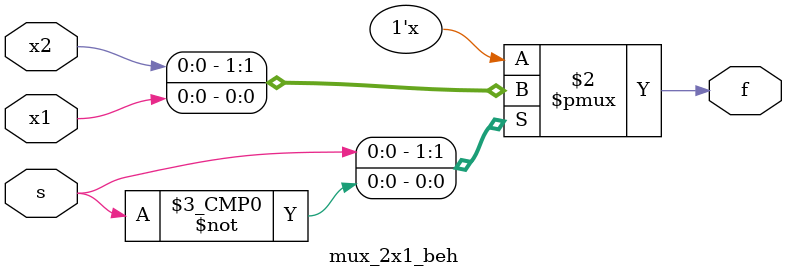
<source format=v>
`timescale 1ns / 1ps


module mux_2x1_beh(
    input x1, x2, s, 
    output reg f //must store output values
    );
    
    always @ (x1,x2,s)
    begin
    /*
        if (s)           //if-else version
        begin
            f = x2;           
        end
        else
        begin
            f = x1;
        end
    */    
        case (s)          //case version
        1: f = x2;
        0: f = x1;
        //default: <- useful for multiple cases
        endcase
    end
endmodule

</source>
